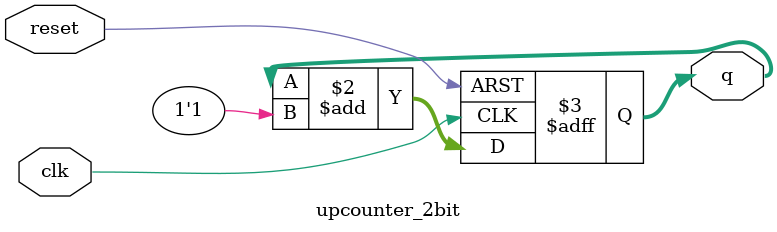
<source format=v>
`timescale 1ns / 1ps

module upcounter_2bit (
    input  clk, reset,   
    output reg [1:0] q    
);

    always @(posedge clk or posedge reset) begin
        if (reset) 
            q <= 2'b00;      
        else 
            q <= q + 1'b1;    
    end

endmodule


</source>
